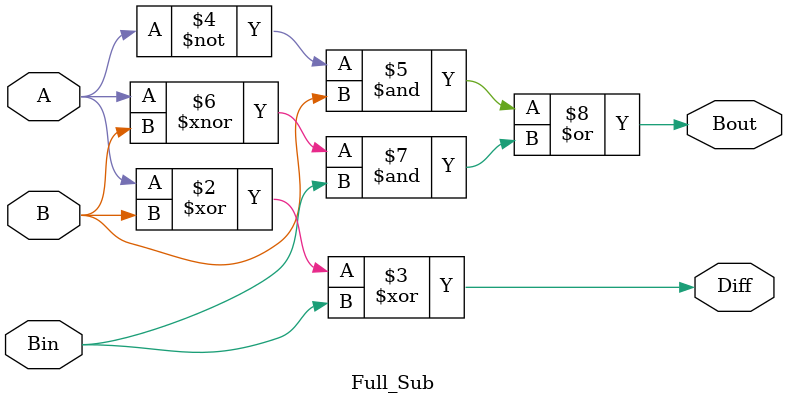
<source format=sv>
module Full_Sub(A,B,Bin,Diff,Bout);
  input A,B,Bin;
  output reg Diff,Bout; // Output is a reg in behavioral level
  
  always @(A,B,Bin)
    begin
      Diff=A^B^Bin; //Diff = A xor B xor Cin
      Bout=(~A&B)|((A~^B)&Bin);  //Borrow = ~AB+(A xnor B)Bin
    end
endmodule

</source>
